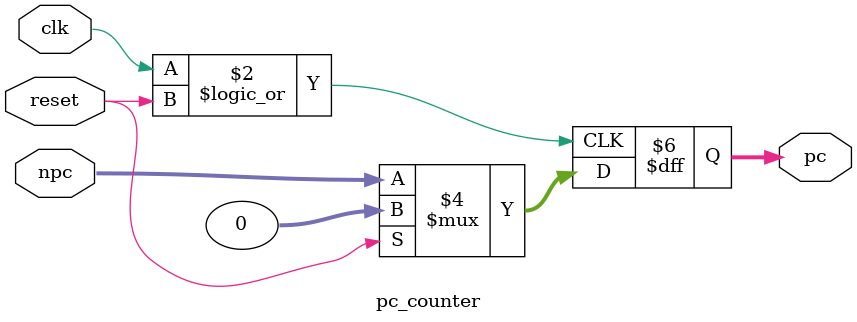
<source format=v>
`timescale 1ns / 1ps

module pc_counter (
    input clk,
    input reset,
    input [31:0] npc,
    output reg [31:0] pc
);
    always @(posedge clk || reset) begin
        if (reset)
            pc <= 0;
        else
            pc <= npc;
    end
endmodule


</source>
